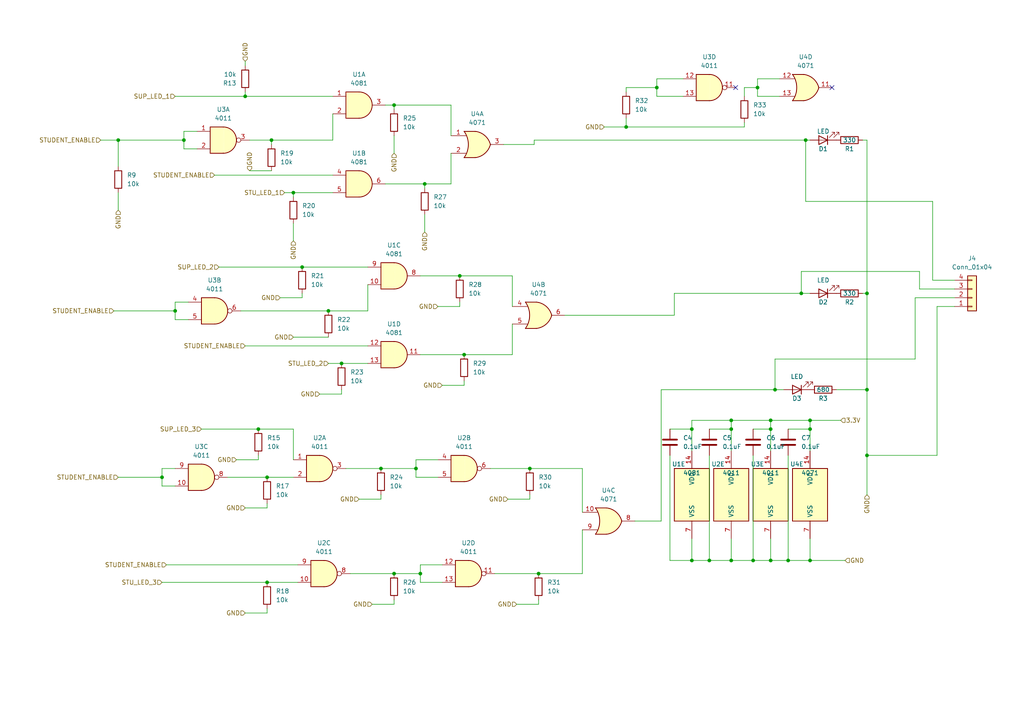
<source format=kicad_sch>
(kicad_sch (version 20211123) (generator eeschema)
  (paper "A4")
  (lib_symbols
    (symbol "4011_1" (pin_names (offset 1.016))
      (property "Reference" "U3" (at 0 8.89 0))
      (property "Value" "4011" (at 0 6.35 0))
      (symbol "4011_1_1_1"
        (pin input line (at -7.62 2.54 0) (length 3.81) (name "~") (number "1"))
        (pin input line (at -7.62 -2.54 0) (length 3.81) (name "~") (number "2"))
        (pin output inverted (at 7.62 0 180) (length 3.81) (name "~") (number "3"))
      )
      (symbol "4011_1_1_2"
        (pin input inverted (at -7.62 2.54 0) (length 4.318) (name "~") (number "1"))
        (pin input inverted (at -7.62 -2.54 0) (length 4.318) (name "~") (number "2"))
        (pin output line (at 7.62 0 180) (length 3.81) (name "~") (number "3"))
      )
      (symbol "4011_1_2_1"
        (pin output inverted (at 7.62 0 180) (length 3.81) (name "~") (number "4"))
        (pin input line (at -7.62 2.54 0) (length 3.81) (name "~") (number "5"))
        (pin input line (at -7.62 -2.54 0) (length 3.81) (name "~") (number "6"))
      )
      (symbol "4011_1_2_2"
        (pin output line (at 7.62 0 180) (length 3.81) (name "~") (number "4"))
        (pin input inverted (at -7.62 2.54 0) (length 4.318) (name "~") (number "5"))
        (pin input inverted (at -7.62 -2.54 0) (length 4.318) (name "~") (number "6"))
      )
      (symbol "4011_1_3_1"
        (pin input line (at -7.62 -2.54 0) (length 3.81) (name "~") (number "10"))
        (pin output inverted (at 7.62 0 180) (length 3.81) (name "") (number "8"))
        (pin input line (at -7.62 2.54 0) (length 3.81) (name "~") (number "9"))
      )
      (symbol "4011_1_3_2"
        (pin output line (at 7.62 0 180) (length 3.81) (name "~") (number "10"))
        (pin input inverted (at -7.62 2.54 0) (length 4.318) (name "~") (number "8"))
        (pin input inverted (at -7.62 -2.54 0) (length 4.318) (name "~") (number "9"))
      )
      (symbol "4011_1_4_1"
        (pin output inverted (at 7.62 0 180) (length 3.81) (name "~") (number "11"))
        (pin input line (at -7.62 2.54 0) (length 3.81) (name "~") (number "12"))
        (pin input line (at -7.62 -2.54 0) (length 3.81) (name "~") (number "13"))
      )
      (symbol "4011_1_4_2"
        (pin output line (at 7.62 0 180) (length 3.81) (name "~") (number "11"))
        (pin input inverted (at -7.62 2.54 0) (length 4.318) (name "~") (number "12"))
        (pin input inverted (at -7.62 -2.54 0) (length 4.318) (name "~") (number "13"))
      )
      (symbol "4011_1_5_0"
        (pin power_in line (at 0 12.7 270) (length 5.08) (name "VDD") (number "14"))
        (pin power_in line (at 0 -12.7 90) (length 5.08) (name "VSS") (number "7"))
      )
    )
    (symbol "4011_2" (pin_names (offset 1.016))
      (property "Reference" "U3" (at 0 8.89 0))
      (property "Value" "4011_2" (at 0 6.35 0))
      (symbol "4011_2_1_1"
        (pin input line (at -7.62 2.54 0) (length 3.81) (name "~") (number "1"))
        (pin input line (at -7.62 -2.54 0) (length 3.81) (name "~") (number "2"))
        (pin output inverted (at 7.62 0 180) (length 3.81) (name "~") (number "3"))
      )
      (symbol "4011_2_1_2"
        (pin input inverted (at -7.62 2.54 0) (length 4.318) (name "~") (number "1"))
        (pin input inverted (at -7.62 -2.54 0) (length 4.318) (name "~") (number "2"))
        (pin output line (at 7.62 0 180) (length 3.81) (name "~") (number "3"))
      )
      (symbol "4011_2_2_1"
        (pin input line (at -7.62 2.54 0) (length 3.81) (name "~") (number "4"))
        (pin input line (at -7.62 -2.54 0) (length 3.81) (name "~") (number "5"))
        (pin output inverted (at 7.62 0 180) (length 3.81) (name "~") (number "6"))
      )
      (symbol "4011_2_2_2"
        (pin output line (at 7.62 0 180) (length 3.81) (name "~") (number "4"))
        (pin input inverted (at -7.62 2.54 0) (length 4.318) (name "~") (number "5"))
        (pin input inverted (at -7.62 -2.54 0) (length 4.318) (name "~") (number "6"))
      )
      (symbol "4011_2_3_1"
        (pin output inverted (at 7.62 0 180) (length 3.81) (name "~") (number "10"))
        (pin input line (at -7.62 2.54 0) (length 3.81) (name "~") (number "8"))
        (pin input line (at -7.62 -2.54 0) (length 3.81) (name "~") (number "9"))
      )
      (symbol "4011_2_3_2"
        (pin output line (at 7.62 0 180) (length 3.81) (name "~") (number "10"))
        (pin input inverted (at -7.62 2.54 0) (length 4.318) (name "~") (number "8"))
        (pin input inverted (at -7.62 -2.54 0) (length 4.318) (name "~") (number "9"))
      )
      (symbol "4011_2_4_1"
        (pin output inverted (at 7.62 0 180) (length 3.81) (name "~") (number "11"))
        (pin input line (at -7.62 2.54 0) (length 3.81) (name "~") (number "12"))
        (pin input line (at -7.62 -2.54 0) (length 3.81) (name "~") (number "13"))
      )
      (symbol "4011_2_4_2"
        (pin output line (at 7.62 0 180) (length 3.81) (name "~") (number "11"))
        (pin input inverted (at -7.62 2.54 0) (length 4.318) (name "~") (number "12"))
        (pin input inverted (at -7.62 -2.54 0) (length 4.318) (name "~") (number "13"))
      )
      (symbol "4011_2_5_0"
        (pin power_in line (at 0 12.7 270) (length 5.08) (name "VDD") (number "14"))
        (pin power_in line (at 0 -12.7 90) (length 5.08) (name "VSS") (number "7"))
      )
    )
    (symbol "4011_3" (pin_names (offset 1.016))
      (property "Reference" "U2" (at 0 8.89 0))
      (property "Value" "4011_3" (at 0 6.35 0))
      (symbol "4011_3_1_1"
        (pin input line (at -7.62 2.54 0) (length 3.81) (name "~") (number "1"))
        (pin input line (at -7.62 -2.54 0) (length 3.81) (name "~") (number "2"))
        (pin output inverted (at 7.62 0 180) (length 3.81) (name "~") (number "3"))
      )
      (symbol "4011_3_1_2"
        (pin input inverted (at -7.62 2.54 0) (length 4.318) (name "~") (number "1"))
        (pin input inverted (at -7.62 -2.54 0) (length 4.318) (name "~") (number "2"))
        (pin output line (at 7.62 0 180) (length 3.81) (name "~") (number "3"))
      )
      (symbol "4011_3_2_1"
        (pin input line (at -7.62 2.54 0) (length 3.81) (name "~") (number "4"))
        (pin input line (at -7.62 -2.54 0) (length 3.81) (name "~") (number "5"))
        (pin output inverted (at 7.62 0 180) (length 3.81) (name "~") (number "6"))
      )
      (symbol "4011_3_2_2"
        (pin output line (at 7.62 0 180) (length 3.81) (name "~") (number "4"))
        (pin input inverted (at -7.62 2.54 0) (length 4.318) (name "~") (number "5"))
        (pin input inverted (at -7.62 -2.54 0) (length 4.318) (name "~") (number "6"))
      )
      (symbol "4011_3_3_1"
        (pin output inverted (at 7.62 0 180) (length 3.81) (name "~") (number "10"))
        (pin input line (at -7.62 2.54 0) (length 3.81) (name "~") (number "8"))
        (pin input line (at -7.62 -2.54 0) (length 3.81) (name "~") (number "9"))
      )
      (symbol "4011_3_3_2"
        (pin output line (at 7.62 0 180) (length 3.81) (name "~") (number "10"))
        (pin input inverted (at -7.62 2.54 0) (length 4.318) (name "~") (number "8"))
        (pin input inverted (at -7.62 -2.54 0) (length 4.318) (name "~") (number "9"))
      )
      (symbol "4011_3_4_1"
        (pin output inverted (at 7.62 0 180) (length 3.81) (name "~") (number "11"))
        (pin input line (at -7.62 2.54 0) (length 3.81) (name "~") (number "12"))
        (pin input line (at -7.62 -2.54 0) (length 3.81) (name "~") (number "13"))
      )
      (symbol "4011_3_4_2"
        (pin output line (at 7.62 0 180) (length 3.81) (name "~") (number "11"))
        (pin input inverted (at -7.62 2.54 0) (length 4.318) (name "~") (number "12"))
        (pin input inverted (at -7.62 -2.54 0) (length 4.318) (name "~") (number "13"))
      )
      (symbol "4011_3_5_0"
        (pin power_in line (at 0 12.7 270) (length 5.08) (name "VDD") (number "14"))
        (pin power_in line (at 0 -12.7 90) (length 5.08) (name "VSS") (number "7"))
      )
    )
    (symbol "4011_4" (pin_names (offset 1.016))
      (property "Reference" "U2" (at 0 8.89 0))
      (property "Value" "4011" (at 0 6.35 0))
      (symbol "4011_4_1_1"
        (pin input line (at -7.62 2.54 0) (length 3.81) (name "~") (number "1"))
        (pin input line (at -7.62 -2.54 0) (length 3.81) (name "~") (number "2"))
        (pin output inverted (at 7.62 0 180) (length 3.81) (name "~") (number "3"))
      )
      (symbol "4011_4_1_2"
        (pin input inverted (at -7.62 2.54 0) (length 4.318) (name "~") (number "1"))
        (pin input inverted (at -7.62 -2.54 0) (length 4.318) (name "~") (number "2"))
        (pin output line (at 7.62 0 180) (length 3.81) (name "~") (number "3"))
      )
      (symbol "4011_4_2_1"
        (pin output inverted (at 7.62 0 180) (length 3.81) (name "~") (number "4"))
        (pin input line (at -7.62 2.54 0) (length 3.81) (name "~") (number "5"))
        (pin input line (at -7.62 -2.54 0) (length 3.81) (name "~") (number "6"))
      )
      (symbol "4011_4_2_2"
        (pin output line (at 7.62 0 180) (length 3.81) (name "~") (number "4"))
        (pin input inverted (at -7.62 2.54 0) (length 4.318) (name "~") (number "5"))
        (pin input inverted (at -7.62 -2.54 0) (length 4.318) (name "~") (number "6"))
      )
      (symbol "4011_4_3_1"
        (pin input line (at -7.62 -2.54 0) (length 3.81) (name "") (number "10"))
        (pin output inverted (at 7.62 0 180) (length 3.81) (name "~") (number "8"))
        (pin input line (at -7.62 2.54 0) (length 3.81) (name "") (number "9"))
      )
      (symbol "4011_4_3_2"
        (pin output line (at 7.62 0 180) (length 3.81) (name "~") (number "10"))
        (pin input inverted (at -7.62 2.54 0) (length 4.318) (name "~") (number "8"))
        (pin input inverted (at -7.62 -2.54 0) (length 4.318) (name "~") (number "9"))
      )
      (symbol "4011_4_4_1"
        (pin output inverted (at 7.62 0 180) (length 3.81) (name "~") (number "11"))
        (pin input line (at -7.62 2.54 0) (length 3.81) (name "~") (number "12"))
        (pin input line (at -7.62 -2.54 0) (length 3.81) (name "~") (number "13"))
      )
      (symbol "4011_4_4_2"
        (pin output line (at 7.62 0 180) (length 3.81) (name "~") (number "11"))
        (pin input inverted (at -7.62 2.54 0) (length 4.318) (name "~") (number "12"))
        (pin input inverted (at -7.62 -2.54 0) (length 4.318) (name "~") (number "13"))
      )
      (symbol "4011_4_5_0"
        (pin power_in line (at 0 12.7 270) (length 5.08) (name "VDD") (number "14"))
        (pin power_in line (at 0 -12.7 90) (length 5.08) (name "VSS") (number "7"))
      )
    )
    (symbol "4071_1" (pin_names (offset 1.016))
      (property "Reference" "U4" (at 0 8.89 0))
      (property "Value" "4071_1" (at 0 6.35 0))
      (symbol "4071_1_1_1"
        (pin input line (at -7.62 2.54 0) (length 4.318) (name "~") (number "1"))
        (pin input line (at -7.62 -2.54 0) (length 4.318) (name "~") (number "2"))
        (pin output line (at 7.62 0 180) (length 3.81) (name "~") (number "3"))
      )
      (symbol "4071_1_1_2"
        (pin input inverted (at -7.62 2.54 0) (length 3.81) (name "~") (number "1"))
        (pin input inverted (at -7.62 -2.54 0) (length 3.81) (name "~") (number "2"))
        (pin output inverted (at 7.62 0 180) (length 3.81) (name "~") (number "3"))
      )
      (symbol "4071_1_2_1"
        (pin input line (at -7.62 2.54 0) (length 4.318) (name "~") (number "4"))
        (pin input line (at -7.62 -2.54 0) (length 4.318) (name "~") (number "5"))
        (pin output line (at 7.62 0 180) (length 3.81) (name "~") (number "6"))
      )
      (symbol "4071_1_2_2"
        (pin output inverted (at 7.62 0 180) (length 3.81) (name "~") (number "4"))
        (pin input inverted (at -7.62 2.54 0) (length 3.81) (name "~") (number "5"))
        (pin input inverted (at -7.62 -2.54 0) (length 3.81) (name "~") (number "6"))
      )
      (symbol "4071_1_3_1"
        (pin output line (at 7.62 0 180) (length 3.81) (name "~") (number "10"))
        (pin input line (at -7.62 2.54 0) (length 4.318) (name "~") (number "8"))
        (pin input line (at -7.62 -2.54 0) (length 4.318) (name "~") (number "9"))
      )
      (symbol "4071_1_3_2"
        (pin output inverted (at 7.62 0 180) (length 3.81) (name "~") (number "10"))
        (pin input inverted (at -7.62 2.54 0) (length 3.81) (name "~") (number "8"))
        (pin input inverted (at -7.62 -2.54 0) (length 3.81) (name "~") (number "9"))
      )
      (symbol "4071_1_4_1"
        (pin output line (at 7.62 0 180) (length 3.81) (name "~") (number "11"))
        (pin input line (at -7.62 2.54 0) (length 4.318) (name "~") (number "12"))
        (pin input line (at -7.62 -2.54 0) (length 4.318) (name "~") (number "13"))
      )
      (symbol "4071_1_4_2"
        (pin output inverted (at 7.62 0 180) (length 3.81) (name "~") (number "11"))
        (pin input inverted (at -7.62 2.54 0) (length 3.81) (name "~") (number "12"))
        (pin input inverted (at -7.62 -2.54 0) (length 3.81) (name "~") (number "13"))
      )
      (symbol "4071_1_5_0"
        (pin power_in line (at 0 12.7 270) (length 5.08) (name "VDD") (number "14"))
        (pin power_in line (at 0 -12.7 90) (length 5.08) (name "VSS") (number "7"))
      )
    )
    (symbol "4071_2" (pin_names (offset 1.016))
      (property "Reference" "U4" (at 0 8.89 0))
      (property "Value" "4071_2" (at 0 6.35 0))
      (symbol "4071_2_1_1"
        (pin input line (at -7.62 2.54 0) (length 4.318) (name "~") (number "1"))
        (pin input line (at -7.62 -2.54 0) (length 4.318) (name "~") (number "2"))
        (pin output line (at 7.62 0 180) (length 3.81) (name "~") (number "3"))
      )
      (symbol "4071_2_1_2"
        (pin input inverted (at -7.62 2.54 0) (length 3.81) (name "~") (number "1"))
        (pin input inverted (at -7.62 -2.54 0) (length 3.81) (name "~") (number "2"))
        (pin output inverted (at 7.62 0 180) (length 3.81) (name "~") (number "3"))
      )
      (symbol "4071_2_2_1"
        (pin output line (at 7.62 0 180) (length 3.81) (name "~") (number "4"))
        (pin input line (at -7.62 2.54 0) (length 4.318) (name "~") (number "5"))
        (pin input line (at -7.62 -2.54 0) (length 4.318) (name "~") (number "6"))
      )
      (symbol "4071_2_2_2"
        (pin output inverted (at 7.62 0 180) (length 3.81) (name "~") (number "4"))
        (pin input inverted (at -7.62 2.54 0) (length 3.81) (name "~") (number "5"))
        (pin input inverted (at -7.62 -2.54 0) (length 3.81) (name "~") (number "6"))
      )
      (symbol "4071_2_3_1"
        (pin input line (at -7.62 2.54 0) (length 4.318) (name "") (number "10"))
        (pin output line (at 7.62 0 180) (length 3.81) (name "~") (number "8"))
        (pin input line (at -7.62 -2.54 0) (length 4.318) (name "~") (number "9"))
      )
      (symbol "4071_2_3_2"
        (pin output inverted (at 7.62 0 180) (length 3.81) (name "~") (number "10"))
        (pin input inverted (at -7.62 2.54 0) (length 3.81) (name "~") (number "8"))
        (pin input inverted (at -7.62 -2.54 0) (length 3.81) (name "~") (number "9"))
      )
      (symbol "4071_2_4_1"
        (pin output line (at 7.62 0 180) (length 3.81) (name "~") (number "11"))
        (pin input line (at -7.62 2.54 0) (length 4.318) (name "~") (number "12"))
        (pin input line (at -7.62 -2.54 0) (length 4.318) (name "~") (number "13"))
      )
      (symbol "4071_2_4_2"
        (pin output inverted (at 7.62 0 180) (length 3.81) (name "~") (number "11"))
        (pin input inverted (at -7.62 2.54 0) (length 3.81) (name "~") (number "12"))
        (pin input inverted (at -7.62 -2.54 0) (length 3.81) (name "~") (number "13"))
      )
      (symbol "4071_2_5_0"
        (pin power_in line (at 0 12.7 270) (length 5.08) (name "VDD") (number "14"))
        (pin power_in line (at 0 -12.7 90) (length 5.08) (name "VSS") (number "7"))
      )
    )
    (symbol "4081_1" (pin_names (offset 1.016))
      (property "Reference" "U1" (at 0 8.89 0))
      (property "Value" "4081_1" (at 0 6.35 0))
      (symbol "4081_1_1_1"
        (pin input line (at -7.62 2.54 0) (length 3.81) (name "~") (number "1"))
        (pin input line (at -7.62 -2.54 0) (length 3.81) (name "~") (number "2"))
        (pin output line (at 7.62 0 180) (length 3.81) (name "~") (number "3"))
      )
      (symbol "4081_1_1_2"
        (pin input inverted (at -7.62 2.54 0) (length 4.318) (name "~") (number "1"))
        (pin input inverted (at -7.62 -2.54 0) (length 4.318) (name "~") (number "2"))
        (pin output inverted (at 7.62 0 180) (length 3.81) (name "~") (number "3"))
      )
      (symbol "4081_1_2_1"
        (pin output line (at 7.62 0 180) (length 3.81) (name "~") (number "4"))
        (pin input line (at -7.62 2.54 0) (length 3.81) (name "~") (number "5"))
        (pin input line (at -7.62 -2.54 0) (length 3.81) (name "~") (number "6"))
      )
      (symbol "4081_1_2_2"
        (pin output inverted (at 7.62 0 180) (length 3.81) (name "~") (number "4"))
        (pin input inverted (at -7.62 2.54 0) (length 4.318) (name "~") (number "5"))
        (pin input inverted (at -7.62 -2.54 0) (length 4.318) (name "~") (number "6"))
      )
      (symbol "4081_1_3_1"
        (pin input line (at -7.62 -2.54 0) (length 3.81) (name "~") (number "10"))
        (pin output line (at 7.62 0 180) (length 3.81) (name "~") (number "8"))
        (pin input line (at -7.62 2.54 0) (length 3.81) (name "~") (number "9"))
      )
      (symbol "4081_1_3_2"
        (pin output inverted (at 7.62 0 180) (length 3.81) (name "~") (number "10"))
        (pin input inverted (at -7.62 2.54 0) (length 4.318) (name "~") (number "8"))
        (pin input inverted (at -7.62 -2.54 0) (length 4.318) (name "~") (number "9"))
      )
      (symbol "4081_1_4_1"
        (pin output line (at 7.62 0 180) (length 3.81) (name "~") (number "11"))
        (pin input line (at -7.62 2.54 0) (length 3.81) (name "~") (number "12"))
        (pin input line (at -7.62 -2.54 0) (length 3.81) (name "~") (number "13"))
      )
      (symbol "4081_1_4_2"
        (pin output inverted (at 7.62 0 180) (length 3.81) (name "~") (number "11"))
        (pin input inverted (at -7.62 2.54 0) (length 4.318) (name "~") (number "12"))
        (pin input inverted (at -7.62 -2.54 0) (length 4.318) (name "~") (number "13"))
      )
      (symbol "4081_1_5_0"
        (pin power_in line (at 0 12.7 270) (length 5.08) (name "VDD") (number "14"))
        (pin power_in line (at 0 -12.7 90) (length 5.08) (name "VSS") (number "7"))
      )
    )
    (symbol "4081_2" (pin_names (offset 1.016))
      (property "Reference" "U1" (at 0 8.89 0))
      (property "Value" "4081_2" (at 0 6.35 0))
      (symbol "4081_2_1_1"
        (pin input line (at -7.62 2.54 0) (length 3.81) (name "~") (number "1"))
        (pin input line (at -7.62 -2.54 0) (length 3.81) (name "~") (number "2"))
        (pin output line (at 7.62 0 180) (length 3.81) (name "~") (number "3"))
      )
      (symbol "4081_2_1_2"
        (pin input inverted (at -7.62 2.54 0) (length 4.318) (name "~") (number "1"))
        (pin input inverted (at -7.62 -2.54 0) (length 4.318) (name "~") (number "2"))
        (pin output inverted (at 7.62 0 180) (length 3.81) (name "~") (number "3"))
      )
      (symbol "4081_2_2_1"
        (pin input line (at -7.62 2.54 0) (length 3.81) (name "~") (number "4"))
        (pin input line (at -7.62 -2.54 0) (length 3.81) (name "~") (number "5"))
        (pin output line (at 7.62 0 180) (length 3.81) (name "~") (number "6"))
      )
      (symbol "4081_2_2_2"
        (pin output inverted (at 7.62 0 180) (length 3.81) (name "~") (number "4"))
        (pin input inverted (at -7.62 2.54 0) (length 4.318) (name "~") (number "5"))
        (pin input inverted (at -7.62 -2.54 0) (length 4.318) (name "~") (number "6"))
      )
      (symbol "4081_2_3_1"
        (pin output line (at 7.62 0 180) (length 3.81) (name "~") (number "10"))
        (pin input line (at -7.62 2.54 0) (length 3.81) (name "~") (number "8"))
        (pin input line (at -7.62 -2.54 0) (length 3.81) (name "~") (number "9"))
      )
      (symbol "4081_2_3_2"
        (pin output inverted (at 7.62 0 180) (length 3.81) (name "~") (number "10"))
        (pin input inverted (at -7.62 2.54 0) (length 4.318) (name "~") (number "8"))
        (pin input inverted (at -7.62 -2.54 0) (length 4.318) (name "~") (number "9"))
      )
      (symbol "4081_2_4_1"
        (pin output line (at 7.62 0 180) (length 3.81) (name "~") (number "11"))
        (pin input line (at -7.62 2.54 0) (length 3.81) (name "~") (number "12"))
        (pin input line (at -7.62 -2.54 0) (length 3.81) (name "~") (number "13"))
      )
      (symbol "4081_2_4_2"
        (pin output inverted (at 7.62 0 180) (length 3.81) (name "~") (number "11"))
        (pin input inverted (at -7.62 2.54 0) (length 4.318) (name "~") (number "12"))
        (pin input inverted (at -7.62 -2.54 0) (length 4.318) (name "~") (number "13"))
      )
      (symbol "4081_2_5_0"
        (pin power_in line (at 0 12.7 270) (length 5.08) (name "VDD") (number "14"))
        (pin power_in line (at 0 -12.7 90) (length 5.08) (name "VSS") (number "7"))
      )
    )
    (symbol "4xxx:4011" (pin_names (offset 1.016))
      (property "Reference" "U" (at 0 1.27 0))
      (property "Value" "4011" (at 0 -1.27 0))
      (symbol "4011_1_1"
        (pin input line (at -7.62 2.54 0) (length 3.81) (name "~") (number "1"))
        (pin input line (at -7.62 -2.54 0) (length 3.81) (name "~") (number "2"))
        (pin output inverted (at 7.62 0 180) (length 3.81) (name "~") (number "3"))
      )
      (symbol "4011_1_2"
        (pin input inverted (at -7.62 2.54 0) (length 4.318) (name "~") (number "1"))
        (pin input inverted (at -7.62 -2.54 0) (length 4.318) (name "~") (number "2"))
        (pin output line (at 7.62 0 180) (length 3.81) (name "~") (number "3"))
      )
      (symbol "4011_2_1"
        (pin output inverted (at 7.62 0 180) (length 3.81) (name "~") (number "4"))
        (pin input line (at -7.62 2.54 0) (length 3.81) (name "~") (number "5"))
        (pin input line (at -7.62 -2.54 0) (length 3.81) (name "~") (number "6"))
      )
      (symbol "4011_2_2"
        (pin output line (at 7.62 0 180) (length 3.81) (name "~") (number "4"))
        (pin input inverted (at -7.62 2.54 0) (length 4.318) (name "~") (number "5"))
        (pin input inverted (at -7.62 -2.54 0) (length 4.318) (name "~") (number "6"))
      )
      (symbol "4011_3_1"
        (pin output inverted (at 7.62 0 180) (length 3.81) (name "~") (number "10"))
        (pin input line (at -7.62 2.54 0) (length 3.81) (name "~") (number "8"))
        (pin input line (at -7.62 -2.54 0) (length 3.81) (name "~") (number "9"))
      )
      (symbol "4011_3_2"
        (pin output line (at 7.62 0 180) (length 3.81) (name "~") (number "10"))
        (pin input inverted (at -7.62 2.54 0) (length 4.318) (name "~") (number "8"))
        (pin input inverted (at -7.62 -2.54 0) (length 4.318) (name "~") (number "9"))
      )
      (symbol "4011_4_1"
        (pin output inverted (at 7.62 0 180) (length 3.81) (name "~") (number "11"))
        (pin input line (at -7.62 2.54 0) (length 3.81) (name "~") (number "12"))
        (pin input line (at -7.62 -2.54 0) (length 3.81) (name "~") (number "13"))
      )
      (symbol "4011_4_2"
        (pin output line (at 7.62 0 180) (length 3.81) (name "~") (number "11"))
        (pin input inverted (at -7.62 2.54 0) (length 4.318) (name "~") (number "12"))
        (pin input inverted (at -7.62 -2.54 0) (length 4.318) (name "~") (number "13"))
      )
      (symbol "4011_5_0"
        (pin power_in line (at 0 12.7 270) (length 5.08) (name "VDD") (number "14"))
        (pin power_in line (at 0 -12.7 90) (length 5.08) (name "VSS") (number "7"))
      )
    )
    (symbol "4xxx:4071" (pin_names (offset 1.016))
      (property "Reference" "U" (at 0 1.27 0))
      (property "Value" "4071" (at 0 -1.27 0))
      (symbol "4071_1_1"
        (pin input line (at -7.62 2.54 0) (length 4.318) (name "~") (number "1"))
        (pin input line (at -7.62 -2.54 0) (length 4.318) (name "~") (number "2"))
        (pin output line (at 7.62 0 180) (length 3.81) (name "~") (number "3"))
      )
      (symbol "4071_1_2"
        (pin input inverted (at -7.62 2.54 0) (length 3.81) (name "~") (number "1"))
        (pin input inverted (at -7.62 -2.54 0) (length 3.81) (name "~") (number "2"))
        (pin output inverted (at 7.62 0 180) (length 3.81) (name "~") (number "3"))
      )
      (symbol "4071_2_1"
        (pin output line (at 7.62 0 180) (length 3.81) (name "~") (number "4"))
        (pin input line (at -7.62 2.54 0) (length 4.318) (name "~") (number "5"))
        (pin input line (at -7.62 -2.54 0) (length 4.318) (name "~") (number "6"))
      )
      (symbol "4071_2_2"
        (pin output inverted (at 7.62 0 180) (length 3.81) (name "~") (number "4"))
        (pin input inverted (at -7.62 2.54 0) (length 3.81) (name "~") (number "5"))
        (pin input inverted (at -7.62 -2.54 0) (length 3.81) (name "~") (number "6"))
      )
      (symbol "4071_3_1"
        (pin output line (at 7.62 0 180) (length 3.81) (name "~") (number "10"))
        (pin input line (at -7.62 2.54 0) (length 4.318) (name "~") (number "8"))
        (pin input line (at -7.62 -2.54 0) (length 4.318) (name "~") (number "9"))
      )
      (symbol "4071_3_2"
        (pin output inverted (at 7.62 0 180) (length 3.81) (name "~") (number "10"))
        (pin input inverted (at -7.62 2.54 0) (length 3.81) (name "~") (number "8"))
        (pin input inverted (at -7.62 -2.54 0) (length 3.81) (name "~") (number "9"))
      )
      (symbol "4071_4_1"
        (pin output line (at 7.62 0 180) (length 3.81) (name "~") (number "11"))
        (pin input line (at -7.62 2.54 0) (length 4.318) (name "~") (number "12"))
        (pin input line (at -7.62 -2.54 0) (length 4.318) (name "~") (number "13"))
      )
      (symbol "4071_4_2"
        (pin output inverted (at 7.62 0 180) (length 3.81) (name "~") (number "11"))
        (pin input inverted (at -7.62 2.54 0) (length 3.81) (name "~") (number "12"))
        (pin input inverted (at -7.62 -2.54 0) (length 3.81) (name "~") (number "13"))
      )
      (symbol "4071_5_0"
        (pin power_in line (at 0 12.7 270) (length 5.08) (name "VDD") (number "14"))
        (pin power_in line (at 0 -12.7 90) (length 5.08) (name "VSS") (number "7"))
      )
    )
    (symbol "4xxx:4081" (pin_names (offset 1.016))
      (property "Reference" "U" (at 0 1.27 0))
      (property "Value" "4081" (at 0 -1.27 0))
      (symbol "4081_1_1"
        (pin input line (at -7.62 2.54 0) (length 3.81) (name "~") (number "1"))
        (pin input line (at -7.62 -2.54 0) (length 3.81) (name "~") (number "2"))
        (pin output line (at 7.62 0 180) (length 3.81) (name "~") (number "3"))
      )
      (symbol "4081_1_2"
        (pin input inverted (at -7.62 2.54 0) (length 4.318) (name "~") (number "1"))
        (pin input inverted (at -7.62 -2.54 0) (length 4.318) (name "~") (number "2"))
        (pin output inverted (at 7.62 0 180) (length 3.81) (name "~") (number "3"))
      )
      (symbol "4081_2_1"
        (pin output line (at 7.62 0 180) (length 3.81) (name "~") (number "4"))
        (pin input line (at -7.62 2.54 0) (length 3.81) (name "~") (number "5"))
        (pin input line (at -7.62 -2.54 0) (length 3.81) (name "~") (number "6"))
      )
      (symbol "4081_2_2"
        (pin output inverted (at 7.62 0 180) (length 3.81) (name "~") (number "4"))
        (pin input inverted (at -7.62 2.54 0) (length 4.318) (name "~") (number "5"))
        (pin input inverted (at -7.62 -2.54 0) (length 4.318) (name "~") (number "6"))
      )
      (symbol "4081_3_1"
        (pin output line (at 7.62 0 180) (length 3.81) (name "~") (number "10"))
        (pin input line (at -7.62 2.54 0) (length 3.81) (name "~") (number "8"))
        (pin input line (at -7.62 -2.54 0) (length 3.81) (name "~") (number "9"))
      )
      (symbol "4081_3_2"
        (pin output inverted (at 7.62 0 180) (length 3.81) (name "~") (number "10"))
        (pin input inverted (at -7.62 2.54 0) (length 4.318) (name "~") (number "8"))
        (pin input inverted (at -7.62 -2.54 0) (length 4.318) (name "~") (number "9"))
      )
      (symbol "4081_4_1"
        (pin output line (at 7.62 0 180) (length 3.81) (name "~") (number "11"))
        (pin input line (at -7.62 2.54 0) (length 3.81) (name "~") (number "12"))
        (pin input line (at -7.62 -2.54 0) (length 3.81) (name "~") (number "13"))
      )
      (symbol "4081_4_2"
        (pin output inverted (at 7.62 0 180) (length 3.81) (name "~") (number "11"))
        (pin input inverted (at -7.62 2.54 0) (length 4.318) (name "~") (number "12"))
        (pin input inverted (at -7.62 -2.54 0) (length 4.318) (name "~") (number "13"))
      )
      (symbol "4081_5_0"
        (pin power_in line (at 0 12.7 270) (length 5.08) (name "VDD") (number "14"))
        (pin power_in line (at 0 -12.7 90) (length 5.08) (name "VSS") (number "7"))
      )
    )
    (symbol "Connector_Generic:Conn_01x04" (pin_names (offset 1.016) hide)
      (property "Reference" "J" (at 0 5.08 0))
      (property "Value" "Conn_01x04" (at 0 -7.62 0))
      (symbol "Conn_01x04_1_1"
        (pin passive line (at -5.08 2.54 0) (length 3.81) (name "Pin_1") (number "1"))
        (pin passive line (at -5.08 0 0) (length 3.81) (name "Pin_2") (number "2"))
        (pin passive line (at -5.08 -2.54 0) (length 3.81) (name "Pin_3") (number "3"))
        (pin passive line (at -5.08 -5.08 0) (length 3.81) (name "Pin_4") (number "4"))
      )
    )
    (symbol "Device:C" (pin_numbers hide) (pin_names (offset 0.254))
      (property "Reference" "C" (at 0.635 2.54 0))
      (property "Value" "C" (at 0.635 -2.54 0))
      (symbol "C_1_1"
        (pin passive line (at 0 3.81 270) (length 2.794) (name "~") (number "1"))
        (pin passive line (at 0 -3.81 90) (length 2.794) (name "~") (number "2"))
      )
    )
    (symbol "Device:LED" (pin_numbers hide) (pin_names (offset 1.016) hide)
      (property "Reference" "D" (at 0 2.54 0))
      (property "Value" "LED" (at 0 -2.54 0))
      (symbol "LED_1_1"
        (pin passive line (at -3.81 0 0) (length 2.54) (name "K") (number "1"))
        (pin passive line (at 3.81 0 180) (length 2.54) (name "A") (number "2"))
      )
    )
    (symbol "Device:R" (pin_numbers hide) (pin_names (offset 0))
      (property "Reference" "R" (at 2.032 0 90))
      (property "Value" "R" (at 0 0 90))
      (symbol "R_1_1"
        (pin passive line (at 0 3.81 270) (length 1.27) (name "~") (number "1"))
        (pin passive line (at 0 -3.81 90) (length 1.27) (name "~") (number "2"))
      )
    )
  )
  (junction (at 205.74 162.56))
  (junction (at 87.63 77.47))
  (junction (at 234.95 121.92))
  (junction (at 200.66 124.46))
  (junction (at 74.93 124.46))
  (junction (at 153.67 135.89))
  (junction (at 181.61 36.83))
  (junction (at 212.09 124.46))
  (junction (at 212.09 162.56))
  (junction (at 133.35 80.01))
  (junction (at 123.19 53.34))
  (junction (at 223.52 162.56))
  (junction (at 78.74 40.64))
  (junction (at 190.5 25.4))
  (junction (at 71.12 27.94))
  (junction (at 251.46 85.09))
  (junction (at 77.47 138.43))
  (junction (at 234.95 162.56))
  (junction (at 120.65 135.89))
  (junction (at 99.06 105.41))
  (junction (at 219.71 25.4))
  (junction (at 223.52 124.46))
  (junction (at 53.34 40.64))
  (junction (at 200.66 162.56))
  (junction (at 251.46 113.03))
  (junction (at 224.79 113.03))
  (junction (at 46.99 138.43))
  (junction (at 233.68 40.64))
  (junction (at 234.95 124.46))
  (junction (at 85.09 55.88))
  (junction (at 156.21 166.37))
  (junction (at 223.52 121.92))
  (junction (at 114.3 30.48))
  (junction (at 212.09 121.92))
  (junction (at 34.29 40.64))
  (junction (at 50.8 90.17))
  (junction (at 232.41 85.09))
  (junction (at 95.25 90.17))
  (junction (at 114.3 166.37))
  (junction (at 218.44 162.56))
  (junction (at 77.47 168.91))
  (junction (at 121.92 166.37))
  (junction (at 134.62 102.87))
  (junction (at 251.46 132.08))
  (junction (at 228.6 162.56))
  (junction (at 110.49 135.89))
  (no_connect (at 241.3 25.4))
  (no_connect (at 213.36 25.4))
  (wire (pts (xy 50.8 27.94) (xy 71.12 27.94)))
  (wire (pts (xy 181.61 36.83) (xy 215.9 36.83)))
  (wire (pts (xy 99.06 105.41) (xy 106.68 105.41)))
  (wire (pts (xy 62.23 50.8) (xy 96.52 50.8)))
  (wire (pts (xy 81.28 86.36) (xy 87.63 86.36)))
  (wire (pts (xy 215.9 27.94) (xy 215.9 25.4)))
  (wire (pts (xy 34.29 40.64) (xy 53.34 40.64)))
  (wire (pts (xy 200.66 162.56) (xy 200.66 156.21)))
  (wire (pts (xy 95.25 90.17) (xy 106.68 90.17)))
  (wire (pts (xy 123.19 53.34) (xy 123.19 54.61)))
  (wire (pts (xy 218.44 162.56) (xy 223.52 162.56)))
  (wire (pts (xy 219.71 25.4) (xy 219.71 27.94)))
  (wire (pts (xy 134.62 110.49) (xy 134.62 111.76)))
  (wire (pts (xy 128.27 111.76) (xy 134.62 111.76)))
  (wire (pts (xy 34.29 40.64) (xy 34.29 48.26)))
  (wire (pts (xy 223.52 124.46) (xy 223.52 130.81)))
  (wire (pts (xy 114.3 166.37) (xy 121.92 166.37)))
  (wire (pts (xy 215.9 25.4) (xy 219.71 25.4)))
  (wire (pts (xy 85.09 55.88) (xy 85.09 57.15)))
  (wire (pts (xy 95.25 105.41) (xy 99.06 105.41)))
  (wire (pts (xy 181.61 26.67) (xy 181.61 25.4)))
  (wire (pts (xy 123.19 67.31) (xy 123.19 62.23)))
  (wire (pts (xy 130.81 53.34) (xy 130.81 44.45)))
  (wire (pts (xy 251.46 40.64) (xy 251.46 85.09)))
  (wire (pts (xy 85.09 69.85) (xy 85.09 64.77)))
  (wire (pts (xy 265.43 86.36) (xy 265.43 104.14)))
  (wire (pts (xy 234.95 121.92) (xy 234.95 124.46)))
  (wire (pts (xy 148.59 80.01) (xy 148.59 88.9)))
  (wire (pts (xy 85.09 55.88) (xy 96.52 55.88)))
  (wire (pts (xy 53.34 38.1) (xy 53.34 40.64)))
  (wire (pts (xy 251.46 85.09) (xy 251.46 113.03)))
  (wire (pts (xy 194.31 132.08) (xy 194.31 162.56)))
  (wire (pts (xy 190.5 27.94) (xy 198.12 27.94)))
  (wire (pts (xy 234.95 121.92) (xy 243.84 121.92)))
  (wire (pts (xy 110.49 135.89) (xy 120.65 135.89)))
  (wire (pts (xy 121.92 163.83) (xy 121.92 166.37)))
  (wire (pts (xy 111.76 53.34) (xy 123.19 53.34)))
  (wire (pts (xy 218.44 132.08) (xy 218.44 162.56)))
  (wire (pts (xy 85.09 97.79) (xy 95.25 97.79)))
  (wire (pts (xy 71.12 147.32) (xy 77.47 147.32)))
  (wire (pts (xy 130.81 30.48) (xy 130.81 39.37)))
  (wire (pts (xy 181.61 34.29) (xy 181.61 36.83)))
  (wire (pts (xy 228.6 162.56) (xy 234.95 162.56)))
  (wire (pts (xy 34.29 60.96) (xy 34.29 55.88)))
  (wire (pts (xy 233.68 58.42) (xy 233.68 40.64)))
  (wire (pts (xy 85.09 124.46) (xy 85.09 133.35)))
  (wire (pts (xy 276.86 83.82) (xy 266.7 83.82)))
  (wire (pts (xy 191.77 113.03) (xy 224.79 113.03)))
  (wire (pts (xy 266.7 83.82) (xy 266.7 78.74)))
  (wire (pts (xy 110.49 143.51) (xy 110.49 144.78)))
  (wire (pts (xy 128.27 163.83) (xy 121.92 163.83)))
  (wire (pts (xy 200.66 121.92) (xy 212.09 121.92)))
  (wire (pts (xy 234.95 156.21) (xy 234.95 162.56)))
  (wire (pts (xy 48.26 163.83) (xy 86.36 163.83)))
  (wire (pts (xy 106.68 90.17) (xy 106.68 82.55)))
  (wire (pts (xy 147.32 144.78) (xy 153.67 144.78)))
  (wire (pts (xy 143.51 166.37) (xy 156.21 166.37)))
  (wire (pts (xy 265.43 104.14) (xy 224.79 104.14)))
  (wire (pts (xy 223.52 162.56) (xy 228.6 162.56)))
  (wire (pts (xy 251.46 132.08) (xy 271.78 132.08)))
  (wire (pts (xy 232.41 78.74) (xy 232.41 85.09)))
  (wire (pts (xy 190.5 25.4) (xy 190.5 27.94)))
  (wire (pts (xy 107.95 175.26) (xy 114.3 175.26)))
  (wire (pts (xy 195.58 85.09) (xy 195.58 91.44)))
  (wire (pts (xy 50.8 87.63) (xy 50.8 90.17)))
  (wire (pts (xy 242.57 113.03) (xy 251.46 113.03)))
  (wire (pts (xy 66.04 138.43) (xy 77.47 138.43)))
  (wire (pts (xy 114.3 44.45) (xy 114.3 39.37)))
  (wire (pts (xy 74.93 132.08) (xy 74.93 133.35)))
  (wire (pts (xy 154.94 40.64) (xy 233.68 40.64)))
  (wire (pts (xy 195.58 91.44) (xy 163.83 91.44)))
  (wire (pts (xy 74.93 124.46) (xy 85.09 124.46)))
  (wire (pts (xy 114.3 30.48) (xy 114.3 31.75)))
  (wire (pts (xy 194.31 162.56) (xy 200.66 162.56)))
  (wire (pts (xy 224.79 104.14) (xy 224.79 113.03)))
  (wire (pts (xy 121.92 168.91) (xy 128.27 168.91)))
  (wire (pts (xy 149.86 175.26) (xy 156.21 175.26)))
  (wire (pts (xy 142.24 135.89) (xy 153.67 135.89)))
  (wire (pts (xy 223.52 156.21) (xy 223.52 162.56)))
  (wire (pts (xy 99.06 113.03) (xy 99.06 114.3)))
  (wire (pts (xy 168.91 135.89) (xy 168.91 148.59)))
  (wire (pts (xy 96.52 40.64) (xy 96.52 33.02)))
  (wire (pts (xy 148.59 102.87) (xy 148.59 93.98)))
  (wire (pts (xy 78.74 40.64) (xy 78.74 41.91)))
  (wire (pts (xy 104.14 144.78) (xy 110.49 144.78)))
  (wire (pts (xy 68.58 133.35) (xy 74.93 133.35)))
  (wire (pts (xy 212.09 121.92) (xy 212.09 124.46)))
  (wire (pts (xy 87.63 77.47) (xy 106.68 77.47)))
  (wire (pts (xy 127 88.9) (xy 133.35 88.9)))
  (wire (pts (xy 234.95 124.46) (xy 234.95 130.81)))
  (wire (pts (xy 219.71 27.94) (xy 226.06 27.94)))
  (wire (pts (xy 223.52 121.92) (xy 234.95 121.92)))
  (wire (pts (xy 121.92 80.01) (xy 133.35 80.01)))
  (wire (pts (xy 54.61 87.63) (xy 50.8 87.63)))
  (wire (pts (xy 198.12 22.86) (xy 190.5 22.86)))
  (wire (pts (xy 218.44 124.46) (xy 223.52 124.46)))
  (wire (pts (xy 29.21 40.64) (xy 34.29 40.64)))
  (wire (pts (xy 87.63 85.09) (xy 87.63 86.36)))
  (wire (pts (xy 114.3 30.48) (xy 130.81 30.48)))
  (wire (pts (xy 276.86 86.36) (xy 265.43 86.36)))
  (wire (pts (xy 57.15 38.1) (xy 53.34 38.1)))
  (wire (pts (xy 251.46 132.08) (xy 251.46 143.51)))
  (wire (pts (xy 77.47 138.43) (xy 85.09 138.43)))
  (wire (pts (xy 276.86 81.28) (xy 270.51 81.28)))
  (wire (pts (xy 134.62 102.87) (xy 148.59 102.87)))
  (wire (pts (xy 77.47 146.05) (xy 77.47 147.32)))
  (wire (pts (xy 232.41 85.09) (xy 234.95 85.09)))
  (wire (pts (xy 58.42 124.46) (xy 74.93 124.46)))
  (wire (pts (xy 154.94 41.91) (xy 146.05 41.91)))
  (wire (pts (xy 266.7 78.74) (xy 232.41 78.74)))
  (wire (pts (xy 78.74 40.64) (xy 96.52 40.64)))
  (wire (pts (xy 228.6 132.08) (xy 228.6 162.56)))
  (wire (pts (xy 120.65 138.43) (xy 127 138.43)))
  (wire (pts (xy 224.79 113.03) (xy 227.33 113.03)))
  (wire (pts (xy 168.91 153.67) (xy 168.91 166.37)))
  (wire (pts (xy 71.12 177.8) (xy 77.47 177.8)))
  (wire (pts (xy 190.5 22.86) (xy 190.5 25.4)))
  (wire (pts (xy 34.29 138.43) (xy 46.99 138.43)))
  (wire (pts (xy 50.8 92.71) (xy 54.61 92.71)))
  (wire (pts (xy 184.15 151.13) (xy 191.77 151.13)))
  (wire (pts (xy 72.39 40.64) (xy 78.74 40.64)))
  (wire (pts (xy 133.35 80.01) (xy 148.59 80.01)))
  (wire (pts (xy 212.09 156.21) (xy 212.09 162.56)))
  (wire (pts (xy 205.74 132.08) (xy 205.74 162.56)))
  (wire (pts (xy 133.35 87.63) (xy 133.35 88.9)))
  (wire (pts (xy 234.95 162.56) (xy 245.11 162.56)))
  (wire (pts (xy 71.12 100.33) (xy 106.68 100.33)))
  (wire (pts (xy 200.66 121.92) (xy 200.66 124.46)))
  (wire (pts (xy 251.46 113.03) (xy 251.46 132.08)))
  (wire (pts (xy 71.12 27.94) (xy 96.52 27.94)))
  (wire (pts (xy 53.34 40.64) (xy 53.34 43.18)))
  (wire (pts (xy 120.65 135.89) (xy 120.65 138.43)))
  (wire (pts (xy 270.51 81.28) (xy 270.51 58.42)))
  (wire (pts (xy 46.99 168.91) (xy 77.47 168.91)))
  (wire (pts (xy 156.21 173.99) (xy 156.21 175.26)))
  (wire (pts (xy 226.06 22.86) (xy 219.71 22.86)))
  (wire (pts (xy 215.9 36.83) (xy 215.9 35.56)))
  (wire (pts (xy 77.47 168.91) (xy 86.36 168.91)))
  (wire (pts (xy 200.66 124.46) (xy 200.66 130.81)))
  (wire (pts (xy 92.71 114.3) (xy 99.06 114.3)))
  (wire (pts (xy 271.78 88.9) (xy 271.78 132.08)))
  (wire (pts (xy 50.8 135.89) (xy 46.99 135.89)))
  (wire (pts (xy 233.68 40.64) (xy 234.95 40.64)))
  (wire (pts (xy 251.46 85.09) (xy 250.19 85.09)))
  (wire (pts (xy 212.09 124.46) (xy 212.09 130.81)))
  (wire (pts (xy 72.39 49.53) (xy 78.74 49.53)))
  (wire (pts (xy 181.61 25.4) (xy 190.5 25.4)))
  (wire (pts (xy 71.12 17.78) (xy 71.12 19.05)))
  (wire (pts (xy 121.92 166.37) (xy 121.92 168.91)))
  (wire (pts (xy 100.33 135.89) (xy 110.49 135.89)))
  (wire (pts (xy 111.76 30.48) (xy 114.3 30.48)))
  (wire (pts (xy 46.99 140.97) (xy 50.8 140.97)))
  (wire (pts (xy 82.55 55.88) (xy 85.09 55.88)))
  (wire (pts (xy 33.02 90.17) (xy 50.8 90.17)))
  (wire (pts (xy 212.09 121.92) (xy 223.52 121.92)))
  (wire (pts (xy 121.92 102.87) (xy 134.62 102.87)))
  (wire (pts (xy 71.12 26.67) (xy 71.12 27.94)))
  (wire (pts (xy 46.99 135.89) (xy 46.99 138.43)))
  (wire (pts (xy 200.66 162.56) (xy 205.74 162.56)))
  (wire (pts (xy 127 133.35) (xy 120.65 133.35)))
  (wire (pts (xy 114.3 173.99) (xy 114.3 175.26)))
  (wire (pts (xy 205.74 162.56) (xy 212.09 162.56)))
  (wire (pts (xy 223.52 121.92) (xy 223.52 124.46)))
  (wire (pts (xy 101.6 166.37) (xy 114.3 166.37)))
  (wire (pts (xy 175.26 36.83) (xy 181.61 36.83)))
  (wire (pts (xy 123.19 53.34) (xy 130.81 53.34)))
  (wire (pts (xy 270.51 58.42) (xy 233.68 58.42)))
  (wire (pts (xy 50.8 90.17) (xy 50.8 92.71)))
  (wire (pts (xy 219.71 22.86) (xy 219.71 25.4)))
  (wire (pts (xy 228.6 124.46) (xy 234.95 124.46)))
  (wire (pts (xy 194.31 124.46) (xy 200.66 124.46)))
  (wire (pts (xy 77.47 176.53) (xy 77.47 177.8)))
  (wire (pts (xy 46.99 138.43) (xy 46.99 140.97)))
  (wire (pts (xy 212.09 162.56) (xy 218.44 162.56)))
  (wire (pts (xy 63.5 77.47) (xy 87.63 77.47)))
  (wire (pts (xy 205.74 124.46) (xy 212.09 124.46)))
  (wire (pts (xy 251.46 40.64) (xy 250.19 40.64)))
  (wire (pts (xy 153.67 143.51) (xy 153.67 144.78)))
  (wire (pts (xy 53.34 43.18) (xy 57.15 43.18)))
  (wire (pts (xy 191.77 113.03) (xy 191.77 151.13)))
  (wire (pts (xy 69.85 90.17) (xy 95.25 90.17)))
  (wire (pts (xy 153.67 135.89) (xy 168.91 135.89)))
  (wire (pts (xy 276.86 88.9) (xy 271.78 88.9)))
  (wire (pts (xy 120.65 133.35) (xy 120.65 135.89)))
  (wire (pts (xy 195.58 85.09) (xy 232.41 85.09)))
  (wire (pts (xy 156.21 166.37) (xy 168.91 166.37)))
  (wire (pts (xy 154.94 40.64) (xy 154.94 41.91)))
  (hierarchical_label "GND" (shape input) (at 149.86 175.26 180))
  (hierarchical_label "GND" (shape input) (at 251.46 143.51 270))
  (hierarchical_label "GND" (shape input) (at 123.19 67.31 270))
  (hierarchical_label "STUDENT_ENABLE" (shape input) (at 34.29 138.43 180))
  (hierarchical_label "3.3V" (shape input) (at 243.84 121.92 0))
  (hierarchical_label "GND" (shape input) (at 34.29 60.96 270))
  (hierarchical_label "GND" (shape input) (at 85.09 69.85 270))
  (hierarchical_label "GND" (shape input) (at 128.27 111.76 180))
  (hierarchical_label "GND" (shape input) (at 107.95 175.26 180))
  (hierarchical_label "STUDENT_ENABLE" (shape input) (at 48.26 163.83 180))
  (hierarchical_label "GND" (shape input) (at 114.3 44.45 270))
  (hierarchical_label "GND" (shape input) (at 71.12 17.78 90))
  (hierarchical_label "STU_LED_3" (shape input) (at 46.99 168.91 180))
  (hierarchical_label "STUDENT_ENABLE" (shape input) (at 62.23 50.8 180))
  (hierarchical_label "GND" (shape input) (at 92.71 114.3 180))
  (hierarchical_label "GND" (shape input) (at 71.12 147.32 180))
  (hierarchical_label "SUP_LED_1" (shape input) (at 50.8 27.94 180))
  (hierarchical_label "STUDENT_ENABLE" (shape input) (at 29.21 40.64 180))
  (hierarchical_label "GND" (shape input) (at 81.28 86.36 180))
  (hierarchical_label "SUP_LED_2" (shape input) (at 63.5 77.47 180))
  (hierarchical_label "GND" (shape input) (at 71.12 177.8 180))
  (hierarchical_label "GND" (shape input) (at 245.11 162.56 0))
  (hierarchical_label "GND" (shape input) (at 68.58 133.35 180))
  (hierarchical_label "STU_LED_1" (shape input) (at 82.55 55.88 180))
  (hierarchical_label "STU_LED_2" (shape input) (at 95.25 105.41 180))
  (hierarchical_label "GND" (shape input) (at 127 88.9 180))
  (hierarchical_label "GND" (shape input) (at 175.26 36.83 180))
  (hierarchical_label "GND" (shape input) (at 104.14 144.78 180))
  (hierarchical_label "GND" (shape input) (at 85.09 97.79 180))
  (hierarchical_label "GND" (shape input) (at 147.32 144.78 180))
  (hierarchical_label "GND" (shape input) (at 72.39 49.53 90))
  (hierarchical_label "SUP_LED_3" (shape input) (at 58.42 124.46 180))
  (hierarchical_label "STUDENT_ENABLE" (shape input) (at 33.02 90.17 180))
  (hierarchical_label "STUDENT_ENABLE" (shape input) (at 71.12 100.33 180))
  (symbol (lib_id "4xxx:4071") (at 233.68 25.4 0) (unit 4)
    (property "Reference" "U4" (at 233.68 16.51 0))
    (property "Value" "4071" (at 233.68 19.05 0))
    (property "Footprint" "Package_SO:SOIC127P600X175-14N" (effects hide))
    (property "Datasheet" "http://www.intersil.com/content/dam/Intersil/documents/cd40/cd4071bms-72bms-75bms.pdf" (effects hide))
  )
  (symbol (lib_id "Connector_Generic:Conn_01x04") (at 281.94 86.36 0) (mirror x) (unit 1)
    (property "Reference" "J4" (at 281.94 74.93 0))
    (property "Value" "Conn_01x04" (at 281.94 77.47 0))
    (property "Footprint" "Connector_PinHeader_2.54mm:PinHeader_1x04_P2.54mm_Vertical" (effects hide))
  )
  (symbol (lib_id "4xxx:4011") (at 212.09 143.51 0) (unit 5)
    (property "Reference" "U2" (at 208.28 134.62 0))
    (property "Value" "4011" (at 212.09 137.16 0))
    (property "Footprint" "Package_SO:SOIC127P600X175-14N" (effects hide))
    (property "Datasheet" "http://www.intersil.com/content/dam/Intersil/documents/cd40/cd4011bms-12bms-23bms.pdf" (effects hide))
  )
  (symbol (lib_id "4xxx:4011") (at 234.95 143.51 0) (unit 5)
    (property "Reference" "U4" (at 231.14 134.62 0))
    (property "Value" "4071" (at 234.95 137.16 0))
    (property "Footprint" "Package_SO:SOIC127P600X175-14N" (effects hide))
    (property "Datasheet" "http://www.intersil.com/content/dam/Intersil/documents/cd40/cd4011bms-12bms-23bms.pdf" (effects hide))
  )
  (symbol (lib_id "Device:R") (at 134.62 106.68 0) (unit 1)
    (property "Reference" "R29" (at 137.16 105.4099 0) (effects (justify left)))
    (property "Value" "10k" (at 137.16 107.9499 0) (effects (justify left)))
    (property "Footprint" "Resistor_SMD:R_0805_2012Metric_Pad1.20x1.40mm_HandSolder" (effects hide))
  )
  (symbol (lib_id "4xxx:4081") (at 104.14 30.48 0) (unit 1)
    (property "Reference" "U1" (at 104.14 21.59 0))
    (property "Value" "4081" (at 104.14 24.13 0))
    (property "Footprint" "Package_SO:SOIC127P600X175-14N" (effects hide))
    (property "Datasheet" "http://www.intersil.com/content/dam/Intersil/documents/cd40/cd4073bms-81bms-82bms.pdf" (effects hide))
  )
  (symbol (lib_name "4011_3") (lib_id "4xxx:4011") (at 134.62 135.89 0) (unit 2)
    (property "Reference" "U2" (at 134.62 127 0))
    (property "Value" "4011" (at 134.62 129.54 0))
    (property "Footprint" "Package_SO:SOIC127P600X175-14N" (effects hide))
    (property "Datasheet" "http://www.intersil.com/content/dam/Intersil/documents/cd40/cd4011bms-12bms-23bms.pdf" (effects hide))
  )
  (symbol (lib_id "Device:R") (at 156.21 170.18 0) (unit 1)
    (property "Reference" "R31" (at 158.75 168.9099 0) (effects (justify left)))
    (property "Value" "10k" (at 158.75 171.4499 0) (effects (justify left)))
    (property "Footprint" "Resistor_SMD:R_0805_2012Metric_Pad1.20x1.40mm_HandSolder" (effects hide))
  )
  (symbol (lib_name "4071_1") (lib_id "4xxx:4071") (at 156.21 91.44 0) (unit 2)
    (property "Reference" "U4" (at 156.21 82.55 0))
    (property "Value" "4071" (at 156.21 85.09 0))
    (property "Footprint" "Package_SO:SOIC127P600X175-14N" (effects hide))
    (property "Datasheet" "http://www.intersil.com/content/dam/Intersil/documents/cd40/cd4071bms-72bms-75bms.pdf" (effects hide))
  )
  (symbol (lib_name "4011_1") (lib_id "4xxx:4011") (at 58.42 138.43 0) (unit 3)
    (property "Reference" "U3" (at 58.42 129.54 0))
    (property "Value" "4011" (at 58.42 132.08 0))
    (property "Footprint" "Package_SO:SOIC127P600X175-14N" (effects hide))
    (property "Datasheet" "http://www.intersil.com/content/dam/Intersil/documents/cd40/cd4011bms-12bms-23bms.pdf" (effects hide))
  )
  (symbol (lib_id "Device:R") (at 238.76 113.03 270) (unit 1)
    (property "Reference" "R3" (at 238.76 115.57 90))
    (property "Value" "680" (at 238.76 113.03 90))
    (property "Footprint" "Resistor_SMD:R_0805_2012Metric_Pad1.20x1.40mm_HandSolder" (effects hide))
  )
  (symbol (lib_id "Device:R") (at 74.93 128.27 0) (unit 1)
    (property "Reference" "R15" (at 77.47 126.9999 0) (effects (justify left)))
    (property "Value" "10k" (at 77.47 129.5399 0) (effects (justify left)))
    (property "Footprint" "Resistor_SMD:R_0805_2012Metric_Pad1.20x1.40mm_HandSolder" (effects hide))
  )
  (symbol (lib_name "4081_2") (lib_id "4xxx:4081") (at 104.14 53.34 0) (unit 2)
    (property "Reference" "U1" (at 104.14 44.45 0))
    (property "Value" "4081" (at 104.14 46.99 0))
    (property "Footprint" "Package_SO:SOIC127P600X175-14N" (effects hide))
    (property "Datasheet" "http://www.intersil.com/content/dam/Intersil/documents/cd40/cd4073bms-81bms-82bms.pdf" (effects hide))
  )
  (symbol (lib_id "Device:R") (at 114.3 35.56 0) (unit 1)
    (property "Reference" "R25" (at 116.84 34.2899 0) (effects (justify left)))
    (property "Value" "10k" (at 116.84 36.8299 0) (effects (justify left)))
    (property "Footprint" "Resistor_SMD:R_0805_2012Metric_Pad1.20x1.40mm_HandSolder" (effects hide))
  )
  (symbol (lib_id "Device:R") (at 95.25 93.98 0) (unit 1)
    (property "Reference" "R22" (at 97.79 92.7099 0) (effects (justify left)))
    (property "Value" "10k" (at 97.79 95.2499 0) (effects (justify left)))
    (property "Footprint" "Resistor_SMD:R_0805_2012Metric_Pad1.20x1.40mm_HandSolder" (effects hide))
  )
  (symbol (lib_id "Device:R") (at 87.63 81.28 0) (unit 1)
    (property "Reference" "R21" (at 90.17 80.0099 0) (effects (justify left)))
    (property "Value" "10k" (at 90.17 82.5499 0) (effects (justify left)))
    (property "Footprint" "Resistor_SMD:R_0805_2012Metric_Pad1.20x1.40mm_HandSolder" (effects hide))
  )
  (symbol (lib_id "Device:LED") (at 231.14 113.03 180) (unit 1)
    (property "Reference" "D3" (at 231.14 115.57 0))
    (property "Value" "LED" (at 231.14 109.22 0))
    (property "Footprint" "LED_SMD:LED_0805_2012Metric_Pad1.15x1.40mm_HandSolder" (effects hide))
  )
  (symbol (lib_id "Device:R") (at 153.67 139.7 0) (unit 1)
    (property "Reference" "R30" (at 156.21 138.4299 0) (effects (justify left)))
    (property "Value" "10k" (at 156.21 140.9699 0) (effects (justify left)))
    (property "Footprint" "Resistor_SMD:R_0805_2012Metric_Pad1.20x1.40mm_HandSolder" (effects hide))
  )
  (symbol (lib_id "4xxx:4071") (at 138.43 41.91 0) (unit 1)
    (property "Reference" "U4" (at 138.43 33.02 0))
    (property "Value" "4071" (at 138.43 35.56 0))
    (property "Footprint" "Package_SO:SOIC127P600X175-14N" (effects hide))
    (property "Datasheet" "http://www.intersil.com/content/dam/Intersil/documents/cd40/cd4071bms-72bms-75bms.pdf" (effects hide))
  )
  (symbol (lib_id "Device:C") (at 228.6 128.27 0) (unit 1)
    (property "Reference" "C7" (at 232.41 126.9999 0) (effects (justify left)))
    (property "Value" "0.1uF" (at 232.41 129.5399 0) (effects (justify left)))
    (property "Footprint" "Capacitor_SMD:C_0805_2012Metric_Pad1.18x1.45mm_HandSolder" (effects hide))
  )
  (symbol (lib_id "Device:C") (at 194.31 128.27 0) (unit 1)
    (property "Reference" "C4" (at 198.12 126.9999 0) (effects (justify left)))
    (property "Value" "0.1uF" (at 198.12 129.5399 0) (effects (justify left)))
    (property "Footprint" "Capacitor_SMD:C_0805_2012Metric_Pad1.18x1.45mm_HandSolder" (effects hide))
  )
  (symbol (lib_id "Device:C") (at 205.74 128.27 0) (unit 1)
    (property "Reference" "C5" (at 209.55 126.9999 0) (effects (justify left)))
    (property "Value" "0.1uF" (at 209.55 129.5399 0) (effects (justify left)))
    (property "Footprint" "Capacitor_SMD:C_0805_2012Metric_Pad1.18x1.45mm_HandSolder" (effects hide))
  )
  (symbol (lib_id "Device:R") (at 77.47 142.24 0) (unit 1)
    (property "Reference" "R17" (at 80.01 140.9699 0) (effects (justify left)))
    (property "Value" "10k" (at 80.01 143.5099 0) (effects (justify left)))
    (property "Footprint" "Resistor_SMD:R_0805_2012Metric_Pad1.20x1.40mm_HandSolder" (effects hide))
  )
  (symbol (lib_id "Device:R") (at 110.49 139.7 0) (unit 1)
    (property "Reference" "R24" (at 113.03 138.4299 0) (effects (justify left)))
    (property "Value" "10k" (at 113.03 140.9699 0) (effects (justify left)))
    (property "Footprint" "Resistor_SMD:R_0805_2012Metric_Pad1.20x1.40mm_HandSolder" (effects hide))
  )
  (symbol (lib_id "4xxx:4081") (at 114.3 102.87 0) (unit 4)
    (property "Reference" "U1" (at 114.3 93.98 0))
    (property "Value" "4081" (at 114.3 96.52 0))
    (property "Footprint" "Package_SO:SOIC127P600X175-14N" (effects hide))
    (property "Datasheet" "http://www.intersil.com/content/dam/Intersil/documents/cd40/cd4073bms-81bms-82bms.pdf" (effects hide))
  )
  (symbol (lib_id "Device:R") (at 71.12 22.86 180) (unit 1)
    (property "Reference" "R13" (at 68.58 24.1301 0) (effects (justify left)))
    (property "Value" "10k" (at 68.58 21.5901 0) (effects (justify left)))
    (property "Footprint" "Resistor_SMD:R_0805_2012Metric_Pad1.20x1.40mm_HandSolder" (effects hide))
  )
  (symbol (lib_id "Device:C") (at 218.44 128.27 0) (unit 1)
    (property "Reference" "C6" (at 222.25 126.9999 0) (effects (justify left)))
    (property "Value" "0.1uF" (at 222.25 129.5399 0) (effects (justify left)))
    (property "Footprint" "Capacitor_SMD:C_0805_2012Metric_Pad1.18x1.45mm_HandSolder" (effects hide))
  )
  (symbol (lib_id "Device:LED") (at 238.76 40.64 180) (unit 1)
    (property "Reference" "D1" (at 238.76 43.18 0))
    (property "Value" "LED" (at 238.76 38.1 0))
    (property "Footprint" "LED_SMD:LED_0805_2012Metric_Pad1.15x1.40mm_HandSolder" (effects hide))
  )
  (symbol (lib_id "Device:R") (at 99.06 109.22 0) (unit 1)
    (property "Reference" "R23" (at 101.6 107.9499 0) (effects (justify left)))
    (property "Value" "10k" (at 101.6 110.4899 0) (effects (justify left)))
    (property "Footprint" "Resistor_SMD:R_0805_2012Metric_Pad1.20x1.40mm_HandSolder" (effects hide))
  )
  (symbol (lib_id "Device:R") (at 215.9 31.75 0) (unit 1)
    (property "Reference" "R33" (at 218.44 30.4799 0) (effects (justify left)))
    (property "Value" "10k" (at 218.44 33.0199 0) (effects (justify left)))
    (property "Footprint" "Resistor_SMD:R_0805_2012Metric_Pad1.20x1.40mm_HandSolder" (effects hide))
  )
  (symbol (lib_id "Device:R") (at 133.35 83.82 0) (unit 1)
    (property "Reference" "R28" (at 135.89 82.5499 0) (effects (justify left)))
    (property "Value" "10k" (at 135.89 85.0899 0) (effects (justify left)))
    (property "Footprint" "Resistor_SMD:R_0805_2012Metric_Pad1.20x1.40mm_HandSolder" (effects hide))
  )
  (symbol (lib_id "Device:R") (at 181.61 30.48 0) (unit 1)
    (property "Reference" "R32" (at 184.15 29.2099 0) (effects (justify left)))
    (property "Value" "10k" (at 184.15 31.7499 0) (effects (justify left)))
    (property "Footprint" "Resistor_SMD:R_0805_2012Metric_Pad1.20x1.40mm_HandSolder" (effects hide))
  )
  (symbol (lib_id "Device:LED") (at 238.76 85.09 180) (unit 1)
    (property "Reference" "D2" (at 238.76 87.63 0))
    (property "Value" "LED" (at 238.76 81.28 0))
    (property "Footprint" "LED_SMD:LED_0805_2012Metric_Pad1.15x1.40mm_HandSolder" (effects hide))
  )
  (symbol (lib_id "4xxx:4011") (at 223.52 143.51 0) (unit 5)
    (property "Reference" "U3" (at 219.71 134.62 0))
    (property "Value" "4011" (at 223.52 137.16 0))
    (property "Footprint" "Package_SO:SOIC127P600X175-14N" (effects hide))
    (property "Datasheet" "http://www.intersil.com/content/dam/Intersil/documents/cd40/cd4011bms-12bms-23bms.pdf" (effects hide))
  )
  (symbol (lib_name "4081_1") (lib_id "4xxx:4081") (at 114.3 80.01 0) (unit 3)
    (property "Reference" "U1" (at 114.3 71.12 0))
    (property "Value" "4081" (at 114.3 73.66 0))
    (property "Footprint" "Package_SO:SOIC127P600X175-14N" (effects hide))
    (property "Datasheet" "http://www.intersil.com/content/dam/Intersil/documents/cd40/cd4073bms-81bms-82bms.pdf" (effects hide))
  )
  (symbol (lib_name "4011_2") (lib_id "4xxx:4011") (at 62.23 90.17 0) (unit 2)
    (property "Reference" "U3" (at 62.23 81.28 0))
    (property "Value" "4011" (at 62.23 83.82 0))
    (property "Footprint" "Package_SO:SOIC127P600X175-14N" (effects hide))
    (property "Datasheet" "http://www.intersil.com/content/dam/Intersil/documents/cd40/cd4011bms-12bms-23bms.pdf" (effects hide))
  )
  (symbol (lib_name "4071_2") (lib_id "4xxx:4071") (at 176.53 151.13 0) (unit 3)
    (property "Reference" "U4" (at 176.53 142.24 0))
    (property "Value" "4071" (at 176.53 144.78 0))
    (property "Footprint" "Package_SO:SOIC127P600X175-14N" (effects hide))
    (property "Datasheet" "http://www.intersil.com/content/dam/Intersil/documents/cd40/cd4071bms-72bms-75bms.pdf" (effects hide))
  )
  (symbol (lib_id "4xxx:4011") (at 200.66 143.51 0) (unit 5)
    (property "Reference" "U1" (at 196.85 134.62 0))
    (property "Value" "4081" (at 200.66 137.16 0))
    (property "Footprint" "Package_SO:SOIC127P600X175-14N" (effects hide))
    (property "Datasheet" "http://www.intersil.com/content/dam/Intersil/documents/cd40/cd4011bms-12bms-23bms.pdf" (effects hide))
  )
  (symbol (lib_id "Device:R") (at 77.47 172.72 0) (unit 1)
    (property "Reference" "R18" (at 80.01 171.4499 0) (effects (justify left)))
    (property "Value" "10k" (at 80.01 173.9899 0) (effects (justify left)))
    (property "Footprint" "Resistor_SMD:R_0805_2012Metric_Pad1.20x1.40mm_HandSolder" (effects hide))
  )
  (symbol (lib_id "Device:R") (at 246.38 85.09 270) (unit 1)
    (property "Reference" "R2" (at 246.38 87.63 90))
    (property "Value" "330" (at 246.38 85.09 90))
    (property "Footprint" "Resistor_SMD:R_0805_2012Metric_Pad1.20x1.40mm_HandSolder" (effects hide))
  )
  (symbol (lib_name "4011_2") (lib_id "4xxx:4011") (at 205.74 25.4 0) (unit 4)
    (property "Reference" "U3" (at 205.74 16.51 0))
    (property "Value" "4011" (at 205.74 19.05 0))
    (property "Footprint" "Package_SO:SOIC127P600X175-14N" (effects hide))
    (property "Datasheet" "http://www.intersil.com/content/dam/Intersil/documents/cd40/cd4011bms-12bms-23bms.pdf" (effects hide))
  )
  (symbol (lib_id "4xxx:4011") (at 92.71 135.89 0) (unit 1)
    (property "Reference" "U2" (at 92.71 127 0))
    (property "Value" "4011" (at 92.71 129.54 0))
    (property "Footprint" "Package_SO:SOIC127P600X175-14N" (effects hide))
    (property "Datasheet" "http://www.intersil.com/content/dam/Intersil/documents/cd40/cd4011bms-12bms-23bms.pdf" (effects hide))
  )
  (symbol (lib_id "Device:R") (at 246.38 40.64 270) (unit 1)
    (property "Reference" "R1" (at 246.38 43.18 90))
    (property "Value" "330" (at 246.38 40.64 90))
    (property "Footprint" "Resistor_SMD:R_0805_2012Metric_Pad1.20x1.40mm_HandSolder" (effects hide))
  )
  (symbol (lib_id "Device:R") (at 85.09 60.96 0) (unit 1)
    (property "Reference" "R20" (at 87.63 59.6899 0) (effects (justify left)))
    (property "Value" "10k" (at 87.63 62.2299 0) (effects (justify left)))
    (property "Footprint" "Resistor_SMD:R_0805_2012Metric_Pad1.20x1.40mm_HandSolder" (effects hide))
  )
  (symbol (lib_id "Device:R") (at 114.3 170.18 0) (unit 1)
    (property "Reference" "R26" (at 116.84 168.9099 0) (effects (justify left)))
    (property "Value" "10k" (at 116.84 171.4499 0) (effects (justify left)))
    (property "Footprint" "Resistor_SMD:R_0805_2012Metric_Pad1.20x1.40mm_HandSolder" (effects hide))
  )
  (symbol (lib_id "Device:R") (at 34.29 52.07 0) (unit 1)
    (property "Reference" "R9" (at 36.83 50.7999 0) (effects (justify left)))
    (property "Value" "10k" (at 36.83 53.3399 0) (effects (justify left)))
    (property "Footprint" "Resistor_SMD:R_0805_2012Metric_Pad1.20x1.40mm_HandSolder" (effects hide))
  )
  (symbol (lib_id "4xxx:4011") (at 64.77 40.64 0) (unit 1)
    (property "Reference" "U3" (at 64.77 31.75 0))
    (property "Value" "4011" (at 64.77 34.29 0))
    (property "Footprint" "Package_SO:SOIC127P600X175-14N" (effects hide))
    (property "Datasheet" "http://www.intersil.com/content/dam/Intersil/documents/cd40/cd4011bms-12bms-23bms.pdf" (effects hide))
  )
  (symbol (lib_id "Device:R") (at 78.74 45.72 0) (unit 1)
    (property "Reference" "R19" (at 81.28 44.4499 0) (effects (justify left)))
    (property "Value" "10k" (at 81.28 46.9899 0) (effects (justify left)))
    (property "Footprint" "Resistor_SMD:R_0805_2012Metric_Pad1.20x1.40mm_HandSolder" (effects hide))
  )
  (symbol (lib_id "4xxx:4011") (at 135.89 166.37 0) (unit 4)
    (property "Reference" "U2" (at 135.89 157.48 0))
    (property "Value" "4011" (at 135.89 160.02 0))
    (property "Footprint" "Package_SO:SOIC127P600X175-14N" (effects hide))
    (property "Datasheet" "http://www.intersil.com/content/dam/Intersil/documents/cd40/cd4011bms-12bms-23bms.pdf" (effects hide))
  )
  (symbol (lib_id "Device:R") (at 123.19 58.42 0) (unit 1)
    (property "Reference" "R27" (at 125.73 57.1499 0) (effects (justify left)))
    (property "Value" "10k" (at 125.73 59.6899 0) (effects (justify left)))
    (property "Footprint" "Resistor_SMD:R_0805_2012Metric_Pad1.20x1.40mm_HandSolder" (effects hide))
  )
  (symbol (lib_name "4011_4") (lib_id "4xxx:4011") (at 93.98 166.37 0) (unit 3)
    (property "Reference" "U2" (at 93.98 157.48 0))
    (property "Value" "4011" (at 93.98 160.02 0))
    (property "Footprint" "Package_SO:SOIC127P600X175-14N" (effects hide))
    (property "Datasheet" "http://www.intersil.com/content/dam/Intersil/documents/cd40/cd4011bms-12bms-23bms.pdf" (effects hide))
  )
)
</source>
